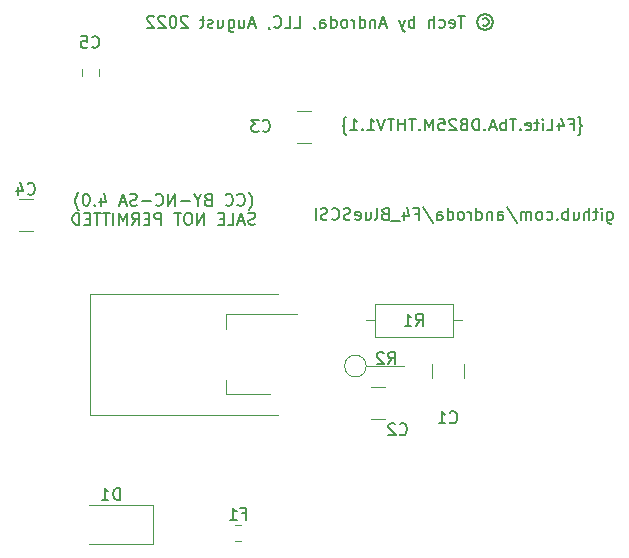
<source format=gbr>
%TF.GenerationSoftware,KiCad,Pcbnew,6.0.5-a6ca702e91~116~ubuntu21.10.1*%
%TF.CreationDate,2022-08-24T06:01:09-06:00*%
%TF.ProjectId,DB25m_F4Lite_THTV1_1,44423235-6d5f-4463-944c-6974655f5448,rev?*%
%TF.SameCoordinates,Original*%
%TF.FileFunction,Legend,Bot*%
%TF.FilePolarity,Positive*%
%FSLAX46Y46*%
G04 Gerber Fmt 4.6, Leading zero omitted, Abs format (unit mm)*
G04 Created by KiCad (PCBNEW 6.0.5-a6ca702e91~116~ubuntu21.10.1) date 2022-08-24 06:01:09*
%MOMM*%
%LPD*%
G01*
G04 APERTURE LIST*
%ADD10C,0.150000*%
%ADD11C,0.120000*%
G04 APERTURE END LIST*
D10*
X129920476Y-62998333D02*
X129968095Y-62950714D01*
X130063333Y-62807857D01*
X130110952Y-62712619D01*
X130158571Y-62569761D01*
X130206190Y-62331666D01*
X130206190Y-62141190D01*
X130158571Y-61903095D01*
X130110952Y-61760238D01*
X130063333Y-61665000D01*
X129968095Y-61522142D01*
X129920476Y-61474523D01*
X128968095Y-62522142D02*
X129015714Y-62569761D01*
X129158571Y-62617380D01*
X129253809Y-62617380D01*
X129396666Y-62569761D01*
X129491904Y-62474523D01*
X129539523Y-62379285D01*
X129587142Y-62188809D01*
X129587142Y-62045952D01*
X129539523Y-61855476D01*
X129491904Y-61760238D01*
X129396666Y-61665000D01*
X129253809Y-61617380D01*
X129158571Y-61617380D01*
X129015714Y-61665000D01*
X128968095Y-61712619D01*
X127968095Y-62522142D02*
X128015714Y-62569761D01*
X128158571Y-62617380D01*
X128253809Y-62617380D01*
X128396666Y-62569761D01*
X128491904Y-62474523D01*
X128539523Y-62379285D01*
X128587142Y-62188809D01*
X128587142Y-62045952D01*
X128539523Y-61855476D01*
X128491904Y-61760238D01*
X128396666Y-61665000D01*
X128253809Y-61617380D01*
X128158571Y-61617380D01*
X128015714Y-61665000D01*
X127968095Y-61712619D01*
X126444285Y-62093571D02*
X126301428Y-62141190D01*
X126253809Y-62188809D01*
X126206190Y-62284047D01*
X126206190Y-62426904D01*
X126253809Y-62522142D01*
X126301428Y-62569761D01*
X126396666Y-62617380D01*
X126777619Y-62617380D01*
X126777619Y-61617380D01*
X126444285Y-61617380D01*
X126349047Y-61665000D01*
X126301428Y-61712619D01*
X126253809Y-61807857D01*
X126253809Y-61903095D01*
X126301428Y-61998333D01*
X126349047Y-62045952D01*
X126444285Y-62093571D01*
X126777619Y-62093571D01*
X125587142Y-62141190D02*
X125587142Y-62617380D01*
X125920476Y-61617380D02*
X125587142Y-62141190D01*
X125253809Y-61617380D01*
X124920476Y-62236428D02*
X124158571Y-62236428D01*
X123682380Y-62617380D02*
X123682380Y-61617380D01*
X123110952Y-62617380D01*
X123110952Y-61617380D01*
X122063333Y-62522142D02*
X122110952Y-62569761D01*
X122253809Y-62617380D01*
X122349047Y-62617380D01*
X122491904Y-62569761D01*
X122587142Y-62474523D01*
X122634761Y-62379285D01*
X122682380Y-62188809D01*
X122682380Y-62045952D01*
X122634761Y-61855476D01*
X122587142Y-61760238D01*
X122491904Y-61665000D01*
X122349047Y-61617380D01*
X122253809Y-61617380D01*
X122110952Y-61665000D01*
X122063333Y-61712619D01*
X121634761Y-62236428D02*
X120872857Y-62236428D01*
X120444285Y-62569761D02*
X120301428Y-62617380D01*
X120063333Y-62617380D01*
X119968095Y-62569761D01*
X119920476Y-62522142D01*
X119872857Y-62426904D01*
X119872857Y-62331666D01*
X119920476Y-62236428D01*
X119968095Y-62188809D01*
X120063333Y-62141190D01*
X120253809Y-62093571D01*
X120349047Y-62045952D01*
X120396666Y-61998333D01*
X120444285Y-61903095D01*
X120444285Y-61807857D01*
X120396666Y-61712619D01*
X120349047Y-61665000D01*
X120253809Y-61617380D01*
X120015714Y-61617380D01*
X119872857Y-61665000D01*
X119491904Y-62331666D02*
X119015714Y-62331666D01*
X119587142Y-62617380D02*
X119253809Y-61617380D01*
X118920476Y-62617380D01*
X117396666Y-61950714D02*
X117396666Y-62617380D01*
X117634761Y-61569761D02*
X117872857Y-62284047D01*
X117253809Y-62284047D01*
X116872857Y-62522142D02*
X116825238Y-62569761D01*
X116872857Y-62617380D01*
X116920476Y-62569761D01*
X116872857Y-62522142D01*
X116872857Y-62617380D01*
X116206190Y-61617380D02*
X116110952Y-61617380D01*
X116015714Y-61665000D01*
X115968095Y-61712619D01*
X115920476Y-61807857D01*
X115872857Y-61998333D01*
X115872857Y-62236428D01*
X115920476Y-62426904D01*
X115968095Y-62522142D01*
X116015714Y-62569761D01*
X116110952Y-62617380D01*
X116206190Y-62617380D01*
X116301428Y-62569761D01*
X116349047Y-62522142D01*
X116396666Y-62426904D01*
X116444285Y-62236428D01*
X116444285Y-61998333D01*
X116396666Y-61807857D01*
X116349047Y-61712619D01*
X116301428Y-61665000D01*
X116206190Y-61617380D01*
X115539523Y-62998333D02*
X115491904Y-62950714D01*
X115396666Y-62807857D01*
X115349047Y-62712619D01*
X115301428Y-62569761D01*
X115253809Y-62331666D01*
X115253809Y-62141190D01*
X115301428Y-61903095D01*
X115349047Y-61760238D01*
X115396666Y-61665000D01*
X115491904Y-61522142D01*
X115539523Y-61474523D01*
X130468095Y-64179761D02*
X130325238Y-64227380D01*
X130087142Y-64227380D01*
X129991904Y-64179761D01*
X129944285Y-64132142D01*
X129896666Y-64036904D01*
X129896666Y-63941666D01*
X129944285Y-63846428D01*
X129991904Y-63798809D01*
X130087142Y-63751190D01*
X130277619Y-63703571D01*
X130372857Y-63655952D01*
X130420476Y-63608333D01*
X130468095Y-63513095D01*
X130468095Y-63417857D01*
X130420476Y-63322619D01*
X130372857Y-63275000D01*
X130277619Y-63227380D01*
X130039523Y-63227380D01*
X129896666Y-63275000D01*
X129515714Y-63941666D02*
X129039523Y-63941666D01*
X129610952Y-64227380D02*
X129277619Y-63227380D01*
X128944285Y-64227380D01*
X128134761Y-64227380D02*
X128610952Y-64227380D01*
X128610952Y-63227380D01*
X127801428Y-63703571D02*
X127468095Y-63703571D01*
X127325238Y-64227380D02*
X127801428Y-64227380D01*
X127801428Y-63227380D01*
X127325238Y-63227380D01*
X126134761Y-64227380D02*
X126134761Y-63227380D01*
X125563333Y-64227380D01*
X125563333Y-63227380D01*
X124896666Y-63227380D02*
X124706190Y-63227380D01*
X124610952Y-63275000D01*
X124515714Y-63370238D01*
X124468095Y-63560714D01*
X124468095Y-63894047D01*
X124515714Y-64084523D01*
X124610952Y-64179761D01*
X124706190Y-64227380D01*
X124896666Y-64227380D01*
X124991904Y-64179761D01*
X125087142Y-64084523D01*
X125134761Y-63894047D01*
X125134761Y-63560714D01*
X125087142Y-63370238D01*
X124991904Y-63275000D01*
X124896666Y-63227380D01*
X124182380Y-63227380D02*
X123610952Y-63227380D01*
X123896666Y-64227380D02*
X123896666Y-63227380D01*
X122515714Y-64227380D02*
X122515714Y-63227380D01*
X122134761Y-63227380D01*
X122039523Y-63275000D01*
X121991904Y-63322619D01*
X121944285Y-63417857D01*
X121944285Y-63560714D01*
X121991904Y-63655952D01*
X122039523Y-63703571D01*
X122134761Y-63751190D01*
X122515714Y-63751190D01*
X121515714Y-63703571D02*
X121182380Y-63703571D01*
X121039523Y-64227380D02*
X121515714Y-64227380D01*
X121515714Y-63227380D01*
X121039523Y-63227380D01*
X120039523Y-64227380D02*
X120372857Y-63751190D01*
X120610952Y-64227380D02*
X120610952Y-63227380D01*
X120230000Y-63227380D01*
X120134761Y-63275000D01*
X120087142Y-63322619D01*
X120039523Y-63417857D01*
X120039523Y-63560714D01*
X120087142Y-63655952D01*
X120134761Y-63703571D01*
X120230000Y-63751190D01*
X120610952Y-63751190D01*
X119610952Y-64227380D02*
X119610952Y-63227380D01*
X119277619Y-63941666D01*
X118944285Y-63227380D01*
X118944285Y-64227380D01*
X118468095Y-64227380D02*
X118468095Y-63227380D01*
X118134761Y-63227380D02*
X117563333Y-63227380D01*
X117849047Y-64227380D02*
X117849047Y-63227380D01*
X117372857Y-63227380D02*
X116801428Y-63227380D01*
X117087142Y-64227380D02*
X117087142Y-63227380D01*
X116468095Y-63703571D02*
X116134761Y-63703571D01*
X115991904Y-64227380D02*
X116468095Y-64227380D01*
X116468095Y-63227380D01*
X115991904Y-63227380D01*
X115563333Y-64227380D02*
X115563333Y-63227380D01*
X115325238Y-63227380D01*
X115182380Y-63275000D01*
X115087142Y-63370238D01*
X115039523Y-63465476D01*
X114991904Y-63655952D01*
X114991904Y-63798809D01*
X115039523Y-63989285D01*
X115087142Y-64084523D01*
X115182380Y-64179761D01*
X115325238Y-64227380D01*
X115563333Y-64227380D01*
X160292857Y-63145714D02*
X160292857Y-63955238D01*
X160340476Y-64050476D01*
X160388095Y-64098095D01*
X160483333Y-64145714D01*
X160626190Y-64145714D01*
X160721428Y-64098095D01*
X160292857Y-63764761D02*
X160388095Y-63812380D01*
X160578571Y-63812380D01*
X160673809Y-63764761D01*
X160721428Y-63717142D01*
X160769047Y-63621904D01*
X160769047Y-63336190D01*
X160721428Y-63240952D01*
X160673809Y-63193333D01*
X160578571Y-63145714D01*
X160388095Y-63145714D01*
X160292857Y-63193333D01*
X159816666Y-63812380D02*
X159816666Y-63145714D01*
X159816666Y-62812380D02*
X159864285Y-62860000D01*
X159816666Y-62907619D01*
X159769047Y-62860000D01*
X159816666Y-62812380D01*
X159816666Y-62907619D01*
X159483333Y-63145714D02*
X159102380Y-63145714D01*
X159340476Y-62812380D02*
X159340476Y-63669523D01*
X159292857Y-63764761D01*
X159197619Y-63812380D01*
X159102380Y-63812380D01*
X158769047Y-63812380D02*
X158769047Y-62812380D01*
X158340476Y-63812380D02*
X158340476Y-63288571D01*
X158388095Y-63193333D01*
X158483333Y-63145714D01*
X158626190Y-63145714D01*
X158721428Y-63193333D01*
X158769047Y-63240952D01*
X157435714Y-63145714D02*
X157435714Y-63812380D01*
X157864285Y-63145714D02*
X157864285Y-63669523D01*
X157816666Y-63764761D01*
X157721428Y-63812380D01*
X157578571Y-63812380D01*
X157483333Y-63764761D01*
X157435714Y-63717142D01*
X156959523Y-63812380D02*
X156959523Y-62812380D01*
X156959523Y-63193333D02*
X156864285Y-63145714D01*
X156673809Y-63145714D01*
X156578571Y-63193333D01*
X156530952Y-63240952D01*
X156483333Y-63336190D01*
X156483333Y-63621904D01*
X156530952Y-63717142D01*
X156578571Y-63764761D01*
X156673809Y-63812380D01*
X156864285Y-63812380D01*
X156959523Y-63764761D01*
X156054761Y-63717142D02*
X156007142Y-63764761D01*
X156054761Y-63812380D01*
X156102380Y-63764761D01*
X156054761Y-63717142D01*
X156054761Y-63812380D01*
X155150000Y-63764761D02*
X155245238Y-63812380D01*
X155435714Y-63812380D01*
X155530952Y-63764761D01*
X155578571Y-63717142D01*
X155626190Y-63621904D01*
X155626190Y-63336190D01*
X155578571Y-63240952D01*
X155530952Y-63193333D01*
X155435714Y-63145714D01*
X155245238Y-63145714D01*
X155150000Y-63193333D01*
X154578571Y-63812380D02*
X154673809Y-63764761D01*
X154721428Y-63717142D01*
X154769047Y-63621904D01*
X154769047Y-63336190D01*
X154721428Y-63240952D01*
X154673809Y-63193333D01*
X154578571Y-63145714D01*
X154435714Y-63145714D01*
X154340476Y-63193333D01*
X154292857Y-63240952D01*
X154245238Y-63336190D01*
X154245238Y-63621904D01*
X154292857Y-63717142D01*
X154340476Y-63764761D01*
X154435714Y-63812380D01*
X154578571Y-63812380D01*
X153816666Y-63812380D02*
X153816666Y-63145714D01*
X153816666Y-63240952D02*
X153769047Y-63193333D01*
X153673809Y-63145714D01*
X153530952Y-63145714D01*
X153435714Y-63193333D01*
X153388095Y-63288571D01*
X153388095Y-63812380D01*
X153388095Y-63288571D02*
X153340476Y-63193333D01*
X153245238Y-63145714D01*
X153102380Y-63145714D01*
X153007142Y-63193333D01*
X152959523Y-63288571D01*
X152959523Y-63812380D01*
X151769047Y-62764761D02*
X152626190Y-64050476D01*
X151007142Y-63812380D02*
X151007142Y-63288571D01*
X151054761Y-63193333D01*
X151150000Y-63145714D01*
X151340476Y-63145714D01*
X151435714Y-63193333D01*
X151007142Y-63764761D02*
X151102380Y-63812380D01*
X151340476Y-63812380D01*
X151435714Y-63764761D01*
X151483333Y-63669523D01*
X151483333Y-63574285D01*
X151435714Y-63479047D01*
X151340476Y-63431428D01*
X151102380Y-63431428D01*
X151007142Y-63383809D01*
X150530952Y-63145714D02*
X150530952Y-63812380D01*
X150530952Y-63240952D02*
X150483333Y-63193333D01*
X150388095Y-63145714D01*
X150245238Y-63145714D01*
X150150000Y-63193333D01*
X150102380Y-63288571D01*
X150102380Y-63812380D01*
X149197619Y-63812380D02*
X149197619Y-62812380D01*
X149197619Y-63764761D02*
X149292857Y-63812380D01*
X149483333Y-63812380D01*
X149578571Y-63764761D01*
X149626190Y-63717142D01*
X149673809Y-63621904D01*
X149673809Y-63336190D01*
X149626190Y-63240952D01*
X149578571Y-63193333D01*
X149483333Y-63145714D01*
X149292857Y-63145714D01*
X149197619Y-63193333D01*
X148721428Y-63812380D02*
X148721428Y-63145714D01*
X148721428Y-63336190D02*
X148673809Y-63240952D01*
X148626190Y-63193333D01*
X148530952Y-63145714D01*
X148435714Y-63145714D01*
X147959523Y-63812380D02*
X148054761Y-63764761D01*
X148102380Y-63717142D01*
X148150000Y-63621904D01*
X148150000Y-63336190D01*
X148102380Y-63240952D01*
X148054761Y-63193333D01*
X147959523Y-63145714D01*
X147816666Y-63145714D01*
X147721428Y-63193333D01*
X147673809Y-63240952D01*
X147626190Y-63336190D01*
X147626190Y-63621904D01*
X147673809Y-63717142D01*
X147721428Y-63764761D01*
X147816666Y-63812380D01*
X147959523Y-63812380D01*
X146769047Y-63812380D02*
X146769047Y-62812380D01*
X146769047Y-63764761D02*
X146864285Y-63812380D01*
X147054761Y-63812380D01*
X147150000Y-63764761D01*
X147197619Y-63717142D01*
X147245238Y-63621904D01*
X147245238Y-63336190D01*
X147197619Y-63240952D01*
X147150000Y-63193333D01*
X147054761Y-63145714D01*
X146864285Y-63145714D01*
X146769047Y-63193333D01*
X145864285Y-63812380D02*
X145864285Y-63288571D01*
X145911904Y-63193333D01*
X146007142Y-63145714D01*
X146197619Y-63145714D01*
X146292857Y-63193333D01*
X145864285Y-63764761D02*
X145959523Y-63812380D01*
X146197619Y-63812380D01*
X146292857Y-63764761D01*
X146340476Y-63669523D01*
X146340476Y-63574285D01*
X146292857Y-63479047D01*
X146197619Y-63431428D01*
X145959523Y-63431428D01*
X145864285Y-63383809D01*
X144673809Y-62764761D02*
X145530952Y-64050476D01*
X144007142Y-63288571D02*
X144340476Y-63288571D01*
X144340476Y-63812380D02*
X144340476Y-62812380D01*
X143864285Y-62812380D01*
X143054761Y-63145714D02*
X143054761Y-63812380D01*
X143292857Y-62764761D02*
X143530952Y-63479047D01*
X142911904Y-63479047D01*
X142769047Y-63907619D02*
X142007142Y-63907619D01*
X141435714Y-63288571D02*
X141292857Y-63336190D01*
X141245238Y-63383809D01*
X141197619Y-63479047D01*
X141197619Y-63621904D01*
X141245238Y-63717142D01*
X141292857Y-63764761D01*
X141388095Y-63812380D01*
X141769047Y-63812380D01*
X141769047Y-62812380D01*
X141435714Y-62812380D01*
X141340476Y-62860000D01*
X141292857Y-62907619D01*
X141245238Y-63002857D01*
X141245238Y-63098095D01*
X141292857Y-63193333D01*
X141340476Y-63240952D01*
X141435714Y-63288571D01*
X141769047Y-63288571D01*
X140626190Y-63812380D02*
X140721428Y-63764761D01*
X140769047Y-63669523D01*
X140769047Y-62812380D01*
X139816666Y-63145714D02*
X139816666Y-63812380D01*
X140245238Y-63145714D02*
X140245238Y-63669523D01*
X140197619Y-63764761D01*
X140102380Y-63812380D01*
X139959523Y-63812380D01*
X139864285Y-63764761D01*
X139816666Y-63717142D01*
X138959523Y-63764761D02*
X139054761Y-63812380D01*
X139245238Y-63812380D01*
X139340476Y-63764761D01*
X139388095Y-63669523D01*
X139388095Y-63288571D01*
X139340476Y-63193333D01*
X139245238Y-63145714D01*
X139054761Y-63145714D01*
X138959523Y-63193333D01*
X138911904Y-63288571D01*
X138911904Y-63383809D01*
X139388095Y-63479047D01*
X138530952Y-63764761D02*
X138388095Y-63812380D01*
X138150000Y-63812380D01*
X138054761Y-63764761D01*
X138007142Y-63717142D01*
X137959523Y-63621904D01*
X137959523Y-63526666D01*
X138007142Y-63431428D01*
X138054761Y-63383809D01*
X138150000Y-63336190D01*
X138340476Y-63288571D01*
X138435714Y-63240952D01*
X138483333Y-63193333D01*
X138530952Y-63098095D01*
X138530952Y-63002857D01*
X138483333Y-62907619D01*
X138435714Y-62860000D01*
X138340476Y-62812380D01*
X138102380Y-62812380D01*
X137959523Y-62860000D01*
X136959523Y-63717142D02*
X137007142Y-63764761D01*
X137150000Y-63812380D01*
X137245238Y-63812380D01*
X137388095Y-63764761D01*
X137483333Y-63669523D01*
X137530952Y-63574285D01*
X137578571Y-63383809D01*
X137578571Y-63240952D01*
X137530952Y-63050476D01*
X137483333Y-62955238D01*
X137388095Y-62860000D01*
X137245238Y-62812380D01*
X137150000Y-62812380D01*
X137007142Y-62860000D01*
X136959523Y-62907619D01*
X136578571Y-63764761D02*
X136435714Y-63812380D01*
X136197619Y-63812380D01*
X136102380Y-63764761D01*
X136054761Y-63717142D01*
X136007142Y-63621904D01*
X136007142Y-63526666D01*
X136054761Y-63431428D01*
X136102380Y-63383809D01*
X136197619Y-63336190D01*
X136388095Y-63288571D01*
X136483333Y-63240952D01*
X136530952Y-63193333D01*
X136578571Y-63098095D01*
X136578571Y-63002857D01*
X136530952Y-62907619D01*
X136483333Y-62860000D01*
X136388095Y-62812380D01*
X136150000Y-62812380D01*
X136007142Y-62860000D01*
X135578571Y-63812380D02*
X135578571Y-62812380D01*
X157819523Y-56623333D02*
X157867142Y-56623333D01*
X157962380Y-56575714D01*
X158010000Y-56480476D01*
X158010000Y-56004285D01*
X158057619Y-55909047D01*
X158152857Y-55861428D01*
X158057619Y-55813809D01*
X158010000Y-55718571D01*
X158010000Y-55242380D01*
X157962380Y-55147142D01*
X157867142Y-55099523D01*
X157819523Y-55099523D01*
X157105238Y-55718571D02*
X157438571Y-55718571D01*
X157438571Y-56242380D02*
X157438571Y-55242380D01*
X156962380Y-55242380D01*
X156152857Y-55575714D02*
X156152857Y-56242380D01*
X156390952Y-55194761D02*
X156629047Y-55909047D01*
X156010000Y-55909047D01*
X155152857Y-56242380D02*
X155629047Y-56242380D01*
X155629047Y-55242380D01*
X154819523Y-56242380D02*
X154819523Y-55575714D01*
X154819523Y-55242380D02*
X154867142Y-55290000D01*
X154819523Y-55337619D01*
X154771904Y-55290000D01*
X154819523Y-55242380D01*
X154819523Y-55337619D01*
X154486190Y-55575714D02*
X154105238Y-55575714D01*
X154343333Y-55242380D02*
X154343333Y-56099523D01*
X154295714Y-56194761D01*
X154200476Y-56242380D01*
X154105238Y-56242380D01*
X153390952Y-56194761D02*
X153486190Y-56242380D01*
X153676666Y-56242380D01*
X153771904Y-56194761D01*
X153819523Y-56099523D01*
X153819523Y-55718571D01*
X153771904Y-55623333D01*
X153676666Y-55575714D01*
X153486190Y-55575714D01*
X153390952Y-55623333D01*
X153343333Y-55718571D01*
X153343333Y-55813809D01*
X153819523Y-55909047D01*
X152914761Y-56147142D02*
X152867142Y-56194761D01*
X152914761Y-56242380D01*
X152962380Y-56194761D01*
X152914761Y-56147142D01*
X152914761Y-56242380D01*
X152581428Y-55242380D02*
X152010000Y-55242380D01*
X152295714Y-56242380D02*
X152295714Y-55242380D01*
X151676666Y-56242380D02*
X151676666Y-55242380D01*
X151676666Y-55623333D02*
X151581428Y-55575714D01*
X151390952Y-55575714D01*
X151295714Y-55623333D01*
X151248095Y-55670952D01*
X151200476Y-55766190D01*
X151200476Y-56051904D01*
X151248095Y-56147142D01*
X151295714Y-56194761D01*
X151390952Y-56242380D01*
X151581428Y-56242380D01*
X151676666Y-56194761D01*
X150819523Y-55956666D02*
X150343333Y-55956666D01*
X150914761Y-56242380D02*
X150581428Y-55242380D01*
X150248095Y-56242380D01*
X149914761Y-56147142D02*
X149867142Y-56194761D01*
X149914761Y-56242380D01*
X149962380Y-56194761D01*
X149914761Y-56147142D01*
X149914761Y-56242380D01*
X149438571Y-56242380D02*
X149438571Y-55242380D01*
X149200476Y-55242380D01*
X149057619Y-55290000D01*
X148962380Y-55385238D01*
X148914761Y-55480476D01*
X148867142Y-55670952D01*
X148867142Y-55813809D01*
X148914761Y-56004285D01*
X148962380Y-56099523D01*
X149057619Y-56194761D01*
X149200476Y-56242380D01*
X149438571Y-56242380D01*
X148105238Y-55718571D02*
X147962380Y-55766190D01*
X147914761Y-55813809D01*
X147867142Y-55909047D01*
X147867142Y-56051904D01*
X147914761Y-56147142D01*
X147962380Y-56194761D01*
X148057619Y-56242380D01*
X148438571Y-56242380D01*
X148438571Y-55242380D01*
X148105238Y-55242380D01*
X148010000Y-55290000D01*
X147962380Y-55337619D01*
X147914761Y-55432857D01*
X147914761Y-55528095D01*
X147962380Y-55623333D01*
X148010000Y-55670952D01*
X148105238Y-55718571D01*
X148438571Y-55718571D01*
X147486190Y-55337619D02*
X147438571Y-55290000D01*
X147343333Y-55242380D01*
X147105238Y-55242380D01*
X147010000Y-55290000D01*
X146962380Y-55337619D01*
X146914761Y-55432857D01*
X146914761Y-55528095D01*
X146962380Y-55670952D01*
X147533809Y-56242380D01*
X146914761Y-56242380D01*
X146010000Y-55242380D02*
X146486190Y-55242380D01*
X146533809Y-55718571D01*
X146486190Y-55670952D01*
X146390952Y-55623333D01*
X146152857Y-55623333D01*
X146057619Y-55670952D01*
X146010000Y-55718571D01*
X145962380Y-55813809D01*
X145962380Y-56051904D01*
X146010000Y-56147142D01*
X146057619Y-56194761D01*
X146152857Y-56242380D01*
X146390952Y-56242380D01*
X146486190Y-56194761D01*
X146533809Y-56147142D01*
X145533809Y-56242380D02*
X145533809Y-55242380D01*
X145200476Y-55956666D01*
X144867142Y-55242380D01*
X144867142Y-56242380D01*
X144390952Y-56147142D02*
X144343333Y-56194761D01*
X144390952Y-56242380D01*
X144438571Y-56194761D01*
X144390952Y-56147142D01*
X144390952Y-56242380D01*
X144057619Y-55242380D02*
X143486190Y-55242380D01*
X143771904Y-56242380D02*
X143771904Y-55242380D01*
X143152857Y-56242380D02*
X143152857Y-55242380D01*
X143152857Y-55718571D02*
X142581428Y-55718571D01*
X142581428Y-56242380D02*
X142581428Y-55242380D01*
X142248095Y-55242380D02*
X141676666Y-55242380D01*
X141962380Y-56242380D02*
X141962380Y-55242380D01*
X141486190Y-55242380D02*
X141152857Y-56242380D01*
X140819523Y-55242380D01*
X139962380Y-56242380D02*
X140533809Y-56242380D01*
X140248095Y-56242380D02*
X140248095Y-55242380D01*
X140343333Y-55385238D01*
X140438571Y-55480476D01*
X140533809Y-55528095D01*
X139533809Y-56147142D02*
X139486190Y-56194761D01*
X139533809Y-56242380D01*
X139581428Y-56194761D01*
X139533809Y-56147142D01*
X139533809Y-56242380D01*
X138533809Y-56242380D02*
X139105238Y-56242380D01*
X138819523Y-56242380D02*
X138819523Y-55242380D01*
X138914761Y-55385238D01*
X139010000Y-55480476D01*
X139105238Y-55528095D01*
X138200476Y-56623333D02*
X138152857Y-56623333D01*
X138057619Y-56575714D01*
X138010000Y-56480476D01*
X138010000Y-56004285D01*
X137962380Y-55909047D01*
X137867142Y-55861428D01*
X137962380Y-55813809D01*
X138010000Y-55718571D01*
X138010000Y-55242380D01*
X138057619Y-55147142D01*
X138152857Y-55099523D01*
X138200476Y-55099523D01*
X119000495Y-87523580D02*
X119000495Y-86523580D01*
X118762400Y-86523580D01*
X118619542Y-86571200D01*
X118524304Y-86666438D01*
X118476685Y-86761676D01*
X118429066Y-86952152D01*
X118429066Y-87095009D01*
X118476685Y-87285485D01*
X118524304Y-87380723D01*
X118619542Y-87475961D01*
X118762400Y-87523580D01*
X119000495Y-87523580D01*
X117476685Y-87523580D02*
X118048114Y-87523580D01*
X117762400Y-87523580D02*
X117762400Y-86523580D01*
X117857638Y-86666438D01*
X117952876Y-86761676D01*
X118048114Y-86809295D01*
X129365333Y-88676171D02*
X129698666Y-88676171D01*
X129698666Y-89199980D02*
X129698666Y-88199980D01*
X129222476Y-88199980D01*
X128317714Y-89199980D02*
X128889142Y-89199980D01*
X128603428Y-89199980D02*
X128603428Y-88199980D01*
X128698666Y-88342838D01*
X128793904Y-88438076D01*
X128889142Y-88485695D01*
X149744294Y-46789696D02*
X149839532Y-46742077D01*
X150030008Y-46742077D01*
X150125246Y-46789696D01*
X150220484Y-46884934D01*
X150268103Y-46980172D01*
X150268103Y-47170648D01*
X150220484Y-47265886D01*
X150125246Y-47361124D01*
X150030008Y-47408743D01*
X149839532Y-47408743D01*
X149744294Y-47361124D01*
X149934770Y-46408743D02*
X150172865Y-46456362D01*
X150410960Y-46599220D01*
X150553818Y-46837315D01*
X150601437Y-47075410D01*
X150553818Y-47313505D01*
X150410960Y-47551600D01*
X150172865Y-47694458D01*
X149934770Y-47742077D01*
X149696675Y-47694458D01*
X149458580Y-47551600D01*
X149315722Y-47313505D01*
X149268103Y-47075410D01*
X149315722Y-46837315D01*
X149458580Y-46599220D01*
X149696675Y-46456362D01*
X149934770Y-46408743D01*
X148220484Y-46551600D02*
X147649056Y-46551600D01*
X147934770Y-47551600D02*
X147934770Y-46551600D01*
X146934770Y-47503981D02*
X147030008Y-47551600D01*
X147220484Y-47551600D01*
X147315722Y-47503981D01*
X147363341Y-47408743D01*
X147363341Y-47027791D01*
X147315722Y-46932553D01*
X147220484Y-46884934D01*
X147030008Y-46884934D01*
X146934770Y-46932553D01*
X146887151Y-47027791D01*
X146887151Y-47123029D01*
X147363341Y-47218267D01*
X146030008Y-47503981D02*
X146125246Y-47551600D01*
X146315722Y-47551600D01*
X146410960Y-47503981D01*
X146458580Y-47456362D01*
X146506199Y-47361124D01*
X146506199Y-47075410D01*
X146458580Y-46980172D01*
X146410960Y-46932553D01*
X146315722Y-46884934D01*
X146125246Y-46884934D01*
X146030008Y-46932553D01*
X145601437Y-47551600D02*
X145601437Y-46551600D01*
X145172865Y-47551600D02*
X145172865Y-47027791D01*
X145220484Y-46932553D01*
X145315722Y-46884934D01*
X145458580Y-46884934D01*
X145553818Y-46932553D01*
X145601437Y-46980172D01*
X143934770Y-47551600D02*
X143934770Y-46551600D01*
X143934770Y-46932553D02*
X143839532Y-46884934D01*
X143649056Y-46884934D01*
X143553818Y-46932553D01*
X143506199Y-46980172D01*
X143458580Y-47075410D01*
X143458580Y-47361124D01*
X143506199Y-47456362D01*
X143553818Y-47503981D01*
X143649056Y-47551600D01*
X143839532Y-47551600D01*
X143934770Y-47503981D01*
X143125246Y-46884934D02*
X142887151Y-47551600D01*
X142649056Y-46884934D02*
X142887151Y-47551600D01*
X142982389Y-47789696D01*
X143030008Y-47837315D01*
X143125246Y-47884934D01*
X141553818Y-47265886D02*
X141077627Y-47265886D01*
X141649056Y-47551600D02*
X141315722Y-46551600D01*
X140982389Y-47551600D01*
X140649056Y-46884934D02*
X140649056Y-47551600D01*
X140649056Y-46980172D02*
X140601437Y-46932553D01*
X140506199Y-46884934D01*
X140363341Y-46884934D01*
X140268103Y-46932553D01*
X140220484Y-47027791D01*
X140220484Y-47551600D01*
X139315722Y-47551600D02*
X139315722Y-46551600D01*
X139315722Y-47503981D02*
X139410960Y-47551600D01*
X139601437Y-47551600D01*
X139696675Y-47503981D01*
X139744294Y-47456362D01*
X139791913Y-47361124D01*
X139791913Y-47075410D01*
X139744294Y-46980172D01*
X139696675Y-46932553D01*
X139601437Y-46884934D01*
X139410960Y-46884934D01*
X139315722Y-46932553D01*
X138839532Y-47551600D02*
X138839532Y-46884934D01*
X138839532Y-47075410D02*
X138791913Y-46980172D01*
X138744294Y-46932553D01*
X138649056Y-46884934D01*
X138553818Y-46884934D01*
X138077627Y-47551600D02*
X138172865Y-47503981D01*
X138220484Y-47456362D01*
X138268103Y-47361124D01*
X138268103Y-47075410D01*
X138220484Y-46980172D01*
X138172865Y-46932553D01*
X138077627Y-46884934D01*
X137934770Y-46884934D01*
X137839532Y-46932553D01*
X137791913Y-46980172D01*
X137744294Y-47075410D01*
X137744294Y-47361124D01*
X137791913Y-47456362D01*
X137839532Y-47503981D01*
X137934770Y-47551600D01*
X138077627Y-47551600D01*
X136887151Y-47551600D02*
X136887151Y-46551600D01*
X136887151Y-47503981D02*
X136982389Y-47551600D01*
X137172865Y-47551600D01*
X137268103Y-47503981D01*
X137315722Y-47456362D01*
X137363341Y-47361124D01*
X137363341Y-47075410D01*
X137315722Y-46980172D01*
X137268103Y-46932553D01*
X137172865Y-46884934D01*
X136982389Y-46884934D01*
X136887151Y-46932553D01*
X135982389Y-47551600D02*
X135982389Y-47027791D01*
X136030008Y-46932553D01*
X136125246Y-46884934D01*
X136315722Y-46884934D01*
X136410960Y-46932553D01*
X135982389Y-47503981D02*
X136077627Y-47551600D01*
X136315722Y-47551600D01*
X136410960Y-47503981D01*
X136458580Y-47408743D01*
X136458580Y-47313505D01*
X136410960Y-47218267D01*
X136315722Y-47170648D01*
X136077627Y-47170648D01*
X135982389Y-47123029D01*
X135458580Y-47503981D02*
X135458580Y-47551600D01*
X135506199Y-47646839D01*
X135553818Y-47694458D01*
X133791913Y-47551600D02*
X134268103Y-47551600D01*
X134268103Y-46551600D01*
X132982389Y-47551600D02*
X133458580Y-47551600D01*
X133458580Y-46551600D01*
X132077627Y-47456362D02*
X132125246Y-47503981D01*
X132268103Y-47551600D01*
X132363341Y-47551600D01*
X132506199Y-47503981D01*
X132601437Y-47408743D01*
X132649056Y-47313505D01*
X132696675Y-47123029D01*
X132696675Y-46980172D01*
X132649056Y-46789696D01*
X132601437Y-46694458D01*
X132506199Y-46599220D01*
X132363341Y-46551600D01*
X132268103Y-46551600D01*
X132125246Y-46599220D01*
X132077627Y-46646839D01*
X131601437Y-47503981D02*
X131601437Y-47551600D01*
X131649056Y-47646839D01*
X131696675Y-47694458D01*
X130458580Y-47265886D02*
X129982389Y-47265886D01*
X130553818Y-47551600D02*
X130220484Y-46551600D01*
X129887151Y-47551600D01*
X129125246Y-46884934D02*
X129125246Y-47551600D01*
X129553818Y-46884934D02*
X129553818Y-47408743D01*
X129506199Y-47503981D01*
X129410960Y-47551600D01*
X129268103Y-47551600D01*
X129172865Y-47503981D01*
X129125246Y-47456362D01*
X128220484Y-46884934D02*
X128220484Y-47694458D01*
X128268103Y-47789696D01*
X128315722Y-47837315D01*
X128410960Y-47884934D01*
X128553818Y-47884934D01*
X128649056Y-47837315D01*
X128220484Y-47503981D02*
X128315722Y-47551600D01*
X128506199Y-47551600D01*
X128601437Y-47503981D01*
X128649056Y-47456362D01*
X128696675Y-47361124D01*
X128696675Y-47075410D01*
X128649056Y-46980172D01*
X128601437Y-46932553D01*
X128506199Y-46884934D01*
X128315722Y-46884934D01*
X128220484Y-46932553D01*
X127315722Y-46884934D02*
X127315722Y-47551600D01*
X127744294Y-46884934D02*
X127744294Y-47408743D01*
X127696675Y-47503981D01*
X127601437Y-47551600D01*
X127458580Y-47551600D01*
X127363341Y-47503981D01*
X127315722Y-47456362D01*
X126887151Y-47503981D02*
X126791913Y-47551600D01*
X126601437Y-47551600D01*
X126506199Y-47503981D01*
X126458580Y-47408743D01*
X126458580Y-47361124D01*
X126506199Y-47265886D01*
X126601437Y-47218267D01*
X126744294Y-47218267D01*
X126839532Y-47170648D01*
X126887151Y-47075410D01*
X126887151Y-47027791D01*
X126839532Y-46932553D01*
X126744294Y-46884934D01*
X126601437Y-46884934D01*
X126506199Y-46932553D01*
X126172865Y-46884934D02*
X125791913Y-46884934D01*
X126030008Y-46551600D02*
X126030008Y-47408743D01*
X125982389Y-47503981D01*
X125887151Y-47551600D01*
X125791913Y-47551600D01*
X124744294Y-46646839D02*
X124696675Y-46599220D01*
X124601437Y-46551600D01*
X124363341Y-46551600D01*
X124268103Y-46599220D01*
X124220484Y-46646839D01*
X124172865Y-46742077D01*
X124172865Y-46837315D01*
X124220484Y-46980172D01*
X124791913Y-47551600D01*
X124172865Y-47551600D01*
X123553818Y-46551600D02*
X123458580Y-46551600D01*
X123363341Y-46599220D01*
X123315722Y-46646839D01*
X123268103Y-46742077D01*
X123220484Y-46932553D01*
X123220484Y-47170648D01*
X123268103Y-47361124D01*
X123315722Y-47456362D01*
X123363341Y-47503981D01*
X123458580Y-47551600D01*
X123553818Y-47551600D01*
X123649056Y-47503981D01*
X123696675Y-47456362D01*
X123744294Y-47361124D01*
X123791913Y-47170648D01*
X123791913Y-46932553D01*
X123744294Y-46742077D01*
X123696675Y-46646839D01*
X123649056Y-46599220D01*
X123553818Y-46551600D01*
X122839532Y-46646839D02*
X122791913Y-46599220D01*
X122696675Y-46551600D01*
X122458580Y-46551600D01*
X122363341Y-46599220D01*
X122315722Y-46646839D01*
X122268103Y-46742077D01*
X122268103Y-46837315D01*
X122315722Y-46980172D01*
X122887151Y-47551600D01*
X122268103Y-47551600D01*
X121887151Y-46646839D02*
X121839532Y-46599220D01*
X121744294Y-46551600D01*
X121506199Y-46551600D01*
X121410960Y-46599220D01*
X121363341Y-46646839D01*
X121315722Y-46742077D01*
X121315722Y-46837315D01*
X121363341Y-46980172D01*
X121934770Y-47551600D01*
X121315722Y-47551600D01*
%TO.C,C2*%
X142699941Y-81947385D02*
X142747560Y-81995004D01*
X142890417Y-82042623D01*
X142985655Y-82042623D01*
X143128513Y-81995004D01*
X143223751Y-81899766D01*
X143271370Y-81804528D01*
X143318989Y-81614052D01*
X143318989Y-81471195D01*
X143271370Y-81280719D01*
X143223751Y-81185481D01*
X143128513Y-81090243D01*
X142985655Y-81042623D01*
X142890417Y-81042623D01*
X142747560Y-81090243D01*
X142699941Y-81137862D01*
X142318989Y-81137862D02*
X142271370Y-81090243D01*
X142176132Y-81042623D01*
X141938036Y-81042623D01*
X141842798Y-81090243D01*
X141795179Y-81137862D01*
X141747560Y-81233100D01*
X141747560Y-81328338D01*
X141795179Y-81471195D01*
X142366608Y-82042623D01*
X141747560Y-82042623D01*
%TO.C,C3*%
X131108746Y-56260002D02*
X131156365Y-56307621D01*
X131299222Y-56355240D01*
X131394460Y-56355240D01*
X131537318Y-56307621D01*
X131632556Y-56212383D01*
X131680175Y-56117145D01*
X131727794Y-55926669D01*
X131727794Y-55783812D01*
X131680175Y-55593336D01*
X131632556Y-55498098D01*
X131537318Y-55402860D01*
X131394460Y-55355240D01*
X131299222Y-55355240D01*
X131156365Y-55402860D01*
X131108746Y-55450479D01*
X130775413Y-55355240D02*
X130156365Y-55355240D01*
X130489699Y-55736193D01*
X130346841Y-55736193D01*
X130251603Y-55783812D01*
X130203984Y-55831431D01*
X130156365Y-55926669D01*
X130156365Y-56164764D01*
X130203984Y-56260002D01*
X130251603Y-56307621D01*
X130346841Y-56355240D01*
X130632556Y-56355240D01*
X130727794Y-56307621D01*
X130775413Y-56260002D01*
%TO.C,C1*%
X146944280Y-80937384D02*
X146991899Y-80985003D01*
X147134756Y-81032622D01*
X147229994Y-81032622D01*
X147372852Y-80985003D01*
X147468090Y-80889765D01*
X147515709Y-80794527D01*
X147563328Y-80604051D01*
X147563328Y-80461194D01*
X147515709Y-80270718D01*
X147468090Y-80175480D01*
X147372852Y-80080242D01*
X147229994Y-80032622D01*
X147134756Y-80032622D01*
X146991899Y-80080242D01*
X146944280Y-80127861D01*
X145991899Y-81032622D02*
X146563328Y-81032622D01*
X146277614Y-81032622D02*
X146277614Y-80032622D01*
X146372852Y-80175480D01*
X146468090Y-80270718D01*
X146563328Y-80318337D01*
%TO.C,R1*%
X144074080Y-72777622D02*
X144407414Y-72301432D01*
X144645509Y-72777622D02*
X144645509Y-71777622D01*
X144264556Y-71777622D01*
X144169318Y-71825242D01*
X144121699Y-71872861D01*
X144074080Y-71968099D01*
X144074080Y-72110956D01*
X144121699Y-72206194D01*
X144169318Y-72253813D01*
X144264556Y-72301432D01*
X144645509Y-72301432D01*
X143121699Y-72777622D02*
X143693128Y-72777622D01*
X143407414Y-72777622D02*
X143407414Y-71777622D01*
X143502652Y-71920480D01*
X143597890Y-72015718D01*
X143693128Y-72063337D01*
%TO.C,R2*%
X141724580Y-76016124D02*
X142057914Y-75539934D01*
X142296009Y-76016124D02*
X142296009Y-75016124D01*
X141915056Y-75016124D01*
X141819818Y-75063744D01*
X141772199Y-75111363D01*
X141724580Y-75206601D01*
X141724580Y-75349458D01*
X141772199Y-75444696D01*
X141819818Y-75492315D01*
X141915056Y-75539934D01*
X142296009Y-75539934D01*
X141343628Y-75111363D02*
X141296009Y-75063744D01*
X141200771Y-75016124D01*
X140962675Y-75016124D01*
X140867437Y-75063744D01*
X140819818Y-75111363D01*
X140772199Y-75206601D01*
X140772199Y-75301839D01*
X140819818Y-75444696D01*
X141391247Y-76016124D01*
X140772199Y-76016124D01*
%TO.C,C4*%
X111207186Y-61594002D02*
X111254805Y-61641621D01*
X111397662Y-61689240D01*
X111492900Y-61689240D01*
X111635758Y-61641621D01*
X111730996Y-61546383D01*
X111778615Y-61451145D01*
X111826234Y-61260669D01*
X111826234Y-61117812D01*
X111778615Y-60927336D01*
X111730996Y-60832098D01*
X111635758Y-60736860D01*
X111492900Y-60689240D01*
X111397662Y-60689240D01*
X111254805Y-60736860D01*
X111207186Y-60784479D01*
X110350043Y-61022574D02*
X110350043Y-61689240D01*
X110588139Y-60641621D02*
X110826234Y-61355907D01*
X110207186Y-61355907D01*
%TO.C,C5*%
X116651066Y-49175942D02*
X116698685Y-49223561D01*
X116841542Y-49271180D01*
X116936780Y-49271180D01*
X117079638Y-49223561D01*
X117174876Y-49128323D01*
X117222495Y-49033085D01*
X117270114Y-48842609D01*
X117270114Y-48699752D01*
X117222495Y-48509276D01*
X117174876Y-48414038D01*
X117079638Y-48318800D01*
X116936780Y-48271180D01*
X116841542Y-48271180D01*
X116698685Y-48318800D01*
X116651066Y-48366419D01*
X115746304Y-48271180D02*
X116222495Y-48271180D01*
X116270114Y-48747371D01*
X116222495Y-48699752D01*
X116127257Y-48652133D01*
X115889161Y-48652133D01*
X115793923Y-48699752D01*
X115746304Y-48747371D01*
X115698685Y-48842609D01*
X115698685Y-49080704D01*
X115746304Y-49175942D01*
X115793923Y-49223561D01*
X115889161Y-49271180D01*
X116127257Y-49271180D01*
X116222495Y-49223561D01*
X116270114Y-49175942D01*
D11*
%TO.C,C2*%
X140284351Y-77950243D02*
X141488479Y-77950243D01*
X140284351Y-80670243D02*
X141488479Y-80670243D01*
%TO.C,C3*%
X135178884Y-54568260D02*
X133974756Y-54568260D01*
X135178884Y-57288260D02*
X133974756Y-57288260D01*
%TO.C,C1*%
X148124914Y-76014178D02*
X148124914Y-77218306D01*
X145404914Y-76014178D02*
X145404914Y-77218306D01*
%TO.C,R1*%
X139867414Y-72325242D02*
X140637414Y-72325242D01*
X140637414Y-70955242D02*
X147177414Y-70955242D01*
X140637414Y-73695242D02*
X140637414Y-70955242D01*
X147947414Y-72325242D02*
X147177414Y-72325242D01*
X147177414Y-73695242D02*
X140637414Y-73695242D01*
X147177414Y-70955242D02*
X147177414Y-73695242D01*
%TO.C,R2*%
X139874414Y-76198744D02*
X143034414Y-76198744D01*
X139874414Y-76198744D02*
G75*
G03*
X139874414Y-76198744I-920000J0D01*
G01*
%TO.C,U1*%
X116516914Y-70126244D02*
X132406914Y-70126244D01*
X116516914Y-80366244D02*
X132406914Y-80366244D01*
X116516914Y-70126244D02*
X116516914Y-80366244D01*
%TO.C,C4*%
X111636564Y-62023160D02*
X110432436Y-62023160D01*
X111636564Y-64743160D02*
X110432436Y-64743160D01*
%TO.C,C5*%
X115800200Y-51076048D02*
X115800200Y-51598552D01*
X117270200Y-51076048D02*
X117270200Y-51598552D01*
%TO.C,F2*%
X128761748Y-89612400D02*
X129284252Y-89612400D01*
X128761748Y-91032400D02*
X129284252Y-91032400D01*
%TO.C,D2*%
X121814800Y-91261200D02*
X116414800Y-91261200D01*
X121814800Y-87961200D02*
X116414800Y-87961200D01*
X121814800Y-87961200D02*
X121814800Y-91261200D01*
%TO.C,U3*%
X127985600Y-71774000D02*
X127985600Y-73034000D01*
X127985600Y-78594000D02*
X127985600Y-77334000D01*
X133995600Y-71774000D02*
X127985600Y-71774000D01*
X131745600Y-78594000D02*
X127985600Y-78594000D01*
%TD*%
M02*

</source>
